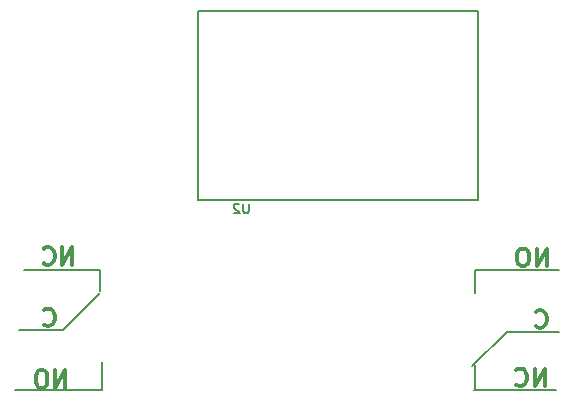
<source format=gbo>
G04 #@! TF.FileFunction,Legend,Bot*
%FSLAX46Y46*%
G04 Gerber Fmt 4.6, Leading zero omitted, Abs format (unit mm)*
G04 Created by KiCad (PCBNEW 4.0.5-e0-6337~49~ubuntu16.04.1) date Mon Jan 23 08:36:28 2017*
%MOMM*%
%LPD*%
G01*
G04 APERTURE LIST*
%ADD10C,0.100000*%
%ADD11C,0.300000*%
%ADD12C,0.200000*%
%ADD13C,0.150000*%
%ADD14C,0.160000*%
G04 APERTURE END LIST*
D10*
D11*
X153459714Y-112930714D02*
X153531143Y-113002143D01*
X153745429Y-113073571D01*
X153888286Y-113073571D01*
X154102571Y-113002143D01*
X154245429Y-112859286D01*
X154316857Y-112716429D01*
X154388286Y-112430714D01*
X154388286Y-112216429D01*
X154316857Y-111930714D01*
X154245429Y-111787857D01*
X154102571Y-111645000D01*
X153888286Y-111573571D01*
X153745429Y-111573571D01*
X153531143Y-111645000D01*
X153459714Y-111716429D01*
X111803714Y-112803714D02*
X111875143Y-112875143D01*
X112089429Y-112946571D01*
X112232286Y-112946571D01*
X112446571Y-112875143D01*
X112589429Y-112732286D01*
X112660857Y-112589429D01*
X112732286Y-112303714D01*
X112732286Y-112089429D01*
X112660857Y-111803714D01*
X112589429Y-111660857D01*
X112446571Y-111518000D01*
X112232286Y-111446571D01*
X112089429Y-111446571D01*
X111875143Y-111518000D01*
X111803714Y-111589429D01*
X113609286Y-118153571D02*
X113609286Y-116653571D01*
X112752143Y-118153571D01*
X112752143Y-116653571D01*
X111752143Y-116653571D02*
X111466429Y-116653571D01*
X111323571Y-116725000D01*
X111180714Y-116867857D01*
X111109286Y-117153571D01*
X111109286Y-117653571D01*
X111180714Y-117939286D01*
X111323571Y-118082143D01*
X111466429Y-118153571D01*
X111752143Y-118153571D01*
X111895000Y-118082143D01*
X112037857Y-117939286D01*
X112109286Y-117653571D01*
X112109286Y-117153571D01*
X112037857Y-116867857D01*
X111895000Y-116725000D01*
X111752143Y-116653571D01*
X154376286Y-107866571D02*
X154376286Y-106366571D01*
X153519143Y-107866571D01*
X153519143Y-106366571D01*
X152519143Y-106366571D02*
X152233429Y-106366571D01*
X152090571Y-106438000D01*
X151947714Y-106580857D01*
X151876286Y-106866571D01*
X151876286Y-107366571D01*
X151947714Y-107652286D01*
X152090571Y-107795143D01*
X152233429Y-107866571D01*
X152519143Y-107866571D01*
X152662000Y-107795143D01*
X152804857Y-107652286D01*
X152876286Y-107366571D01*
X152876286Y-106866571D01*
X152804857Y-106580857D01*
X152662000Y-106438000D01*
X152519143Y-106366571D01*
X154213571Y-118026571D02*
X154213571Y-116526571D01*
X153356428Y-118026571D01*
X153356428Y-116526571D01*
X151784999Y-117883714D02*
X151856428Y-117955143D01*
X152070714Y-118026571D01*
X152213571Y-118026571D01*
X152427856Y-117955143D01*
X152570714Y-117812286D01*
X152642142Y-117669429D01*
X152713571Y-117383714D01*
X152713571Y-117169429D01*
X152642142Y-116883714D01*
X152570714Y-116740857D01*
X152427856Y-116598000D01*
X152213571Y-116526571D01*
X152070714Y-116526571D01*
X151856428Y-116598000D01*
X151784999Y-116669429D01*
X114208571Y-107739571D02*
X114208571Y-106239571D01*
X113351428Y-107739571D01*
X113351428Y-106239571D01*
X111779999Y-107596714D02*
X111851428Y-107668143D01*
X112065714Y-107739571D01*
X112208571Y-107739571D01*
X112422856Y-107668143D01*
X112565714Y-107525286D01*
X112637142Y-107382429D01*
X112708571Y-107096714D01*
X112708571Y-106882429D01*
X112637142Y-106596714D01*
X112565714Y-106453857D01*
X112422856Y-106311000D01*
X112208571Y-106239571D01*
X112065714Y-106239571D01*
X111851428Y-106311000D01*
X111779999Y-106382429D01*
D12*
X113284000Y-113284000D02*
X109728000Y-113284000D01*
X113411000Y-113284000D02*
X113284000Y-113284000D01*
X116586000Y-110109000D02*
X113411000Y-113284000D01*
X116713000Y-118364000D02*
X116713000Y-115951000D01*
X109347000Y-118364000D02*
X116713000Y-118364000D01*
X116586000Y-108204000D02*
X116586000Y-109982000D01*
X110109000Y-108204000D02*
X116586000Y-108204000D01*
X148336000Y-108204000D02*
X155448000Y-108204000D01*
X148336000Y-110109000D02*
X148336000Y-108204000D01*
X148336000Y-118364000D02*
X148336000Y-116205000D01*
X151003000Y-113411000D02*
X148082000Y-116332000D01*
X155194000Y-118364000D02*
X148209000Y-118364000D01*
X155448000Y-113411000D02*
X151003000Y-113411000D01*
D13*
X124870000Y-102219000D02*
X148570000Y-102219000D01*
X148570000Y-102219000D02*
X148570000Y-86219000D01*
X148570000Y-86219000D02*
X124870000Y-86219000D01*
X124870000Y-86219000D02*
X124870000Y-102219000D01*
D14*
X129133524Y-102558905D02*
X129133524Y-103206524D01*
X129095429Y-103282714D01*
X129057333Y-103320810D01*
X128981143Y-103358905D01*
X128828762Y-103358905D01*
X128752571Y-103320810D01*
X128714476Y-103282714D01*
X128676381Y-103206524D01*
X128676381Y-102558905D01*
X128333524Y-102635095D02*
X128295429Y-102597000D01*
X128219238Y-102558905D01*
X128028762Y-102558905D01*
X127952572Y-102597000D01*
X127914476Y-102635095D01*
X127876381Y-102711286D01*
X127876381Y-102787476D01*
X127914476Y-102901762D01*
X128371619Y-103358905D01*
X127876381Y-103358905D01*
M02*

</source>
